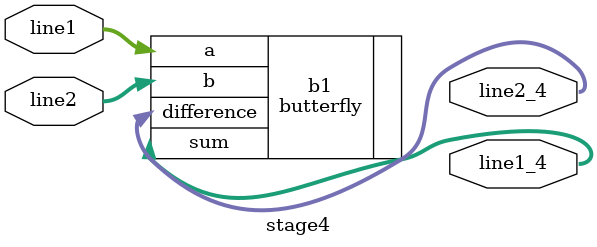
<source format=v>
module stage4 #(
    parameter width = 12
) (
    input signed [width-1:0] line1,line2,
    output signed [width-1:0] line1_4,line2_4
);
    butterfly #(
        .width(width),
        .stage("stage4")
    ) b1 (
        .a(line1),
        .b(line2),
        .sum(line1_4),
        .difference(line2_4)
    );
endmodule
</source>
